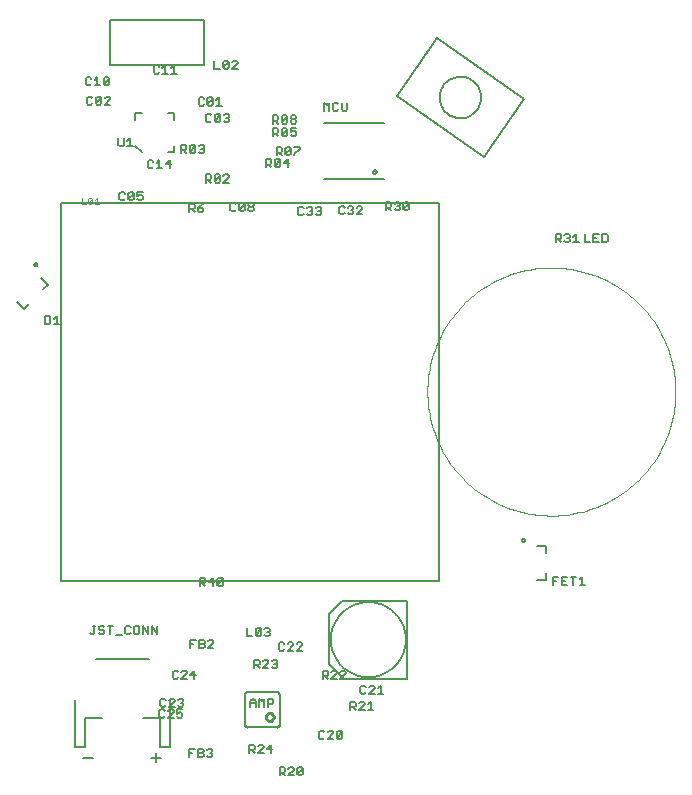
<source format=gto>
G75*
%MOIN*%
%OFA0B0*%
%FSLAX24Y24*%
%IPPOS*%
%LPD*%
%AMOC8*
5,1,8,0,0,1.08239X$1,22.5*
%
%ADD10C,0.0080*%
%ADD11C,0.0050*%
%ADD12C,0.0039*%
%ADD13C,0.0060*%
%ADD14C,0.0040*%
%ADD15C,0.0070*%
%ADD16C,0.0006*%
%ADD17C,0.0100*%
D10*
X018057Y021281D02*
X018059Y021296D01*
X018065Y021309D01*
X018074Y021321D01*
X018085Y021330D01*
X018099Y021336D01*
X018114Y021338D01*
X018129Y021336D01*
X018142Y021330D01*
X018154Y021321D01*
X018163Y021310D01*
X018169Y021296D01*
X018171Y021281D01*
X018169Y021266D01*
X018163Y021253D01*
X018154Y021241D01*
X018143Y021232D01*
X018129Y021226D01*
X018114Y021224D01*
X018099Y021226D01*
X018086Y021232D01*
X018074Y021241D01*
X018065Y021252D01*
X018059Y021266D01*
X018057Y021281D01*
X011420Y021932D02*
X011420Y022149D01*
X011420Y021932D02*
X011204Y021932D01*
X010337Y021932D02*
X010121Y022149D01*
X010121Y023015D02*
X010121Y023231D01*
X010337Y023231D01*
X011204Y023231D02*
X011420Y023231D01*
X011420Y023015D01*
D11*
X007660Y020260D02*
X007660Y007660D01*
X020260Y007660D01*
X020260Y020260D01*
X007660Y020260D01*
X009601Y020382D02*
X009646Y020337D01*
X009736Y020337D01*
X009781Y020382D01*
X009895Y020382D02*
X009940Y020337D01*
X010030Y020337D01*
X010075Y020382D01*
X010075Y020562D01*
X009895Y020382D01*
X009895Y020562D01*
X009940Y020607D01*
X010030Y020607D01*
X010075Y020562D01*
X010190Y020607D02*
X010190Y020472D01*
X010280Y020517D01*
X010325Y020517D01*
X010370Y020472D01*
X010370Y020382D01*
X010325Y020337D01*
X010235Y020337D01*
X010190Y020382D01*
X010190Y020607D02*
X010370Y020607D01*
X009781Y020562D02*
X009736Y020607D01*
X009646Y020607D01*
X009601Y020562D01*
X009601Y020382D01*
X010591Y021400D02*
X010681Y021400D01*
X010726Y021445D01*
X010840Y021400D02*
X011020Y021400D01*
X010930Y021400D02*
X010930Y021670D01*
X010840Y021580D01*
X010726Y021625D02*
X010681Y021670D01*
X010591Y021670D01*
X010546Y021625D01*
X010546Y021445D01*
X010591Y021400D01*
X011135Y021535D02*
X011315Y021535D01*
X011270Y021400D02*
X011270Y021670D01*
X011135Y021535D01*
X011648Y021912D02*
X011648Y022182D01*
X011783Y022182D01*
X011828Y022137D01*
X011828Y022047D01*
X011783Y022002D01*
X011648Y022002D01*
X011738Y022002D02*
X011828Y021912D01*
X011943Y021957D02*
X012123Y022137D01*
X012123Y021957D01*
X012078Y021912D01*
X011988Y021912D01*
X011943Y021957D01*
X011943Y022137D01*
X011988Y022182D01*
X012078Y022182D01*
X012123Y022137D01*
X012237Y022137D02*
X012282Y022182D01*
X012372Y022182D01*
X012417Y022137D01*
X012417Y022092D01*
X012372Y022047D01*
X012417Y022002D01*
X012417Y021957D01*
X012372Y021912D01*
X012282Y021912D01*
X012237Y021957D01*
X012327Y022047D02*
X012372Y022047D01*
X012475Y021198D02*
X012610Y021198D01*
X012655Y021153D01*
X012655Y021063D01*
X012610Y021018D01*
X012475Y021018D01*
X012565Y021018D02*
X012655Y020927D01*
X012769Y020972D02*
X012949Y021153D01*
X012949Y020972D01*
X012904Y020927D01*
X012814Y020927D01*
X012769Y020972D01*
X012769Y021153D01*
X012814Y021198D01*
X012904Y021198D01*
X012949Y021153D01*
X013064Y021153D02*
X013109Y021198D01*
X013199Y021198D01*
X013244Y021153D01*
X013244Y021108D01*
X013064Y020927D01*
X013244Y020927D01*
X013346Y020253D02*
X013301Y020208D01*
X013301Y020028D01*
X013346Y019983D01*
X013437Y019983D01*
X013482Y020028D01*
X013596Y020028D02*
X013776Y020208D01*
X013776Y020028D01*
X013731Y019983D01*
X013641Y019983D01*
X013596Y020028D01*
X013596Y020208D01*
X013641Y020253D01*
X013731Y020253D01*
X013776Y020208D01*
X013891Y020208D02*
X013891Y020163D01*
X013936Y020118D01*
X014026Y020118D01*
X014071Y020073D01*
X014071Y020028D01*
X014026Y019983D01*
X013936Y019983D01*
X013891Y020028D01*
X013891Y020073D01*
X013936Y020118D01*
X014026Y020118D02*
X014071Y020163D01*
X014071Y020208D01*
X014026Y020253D01*
X013936Y020253D01*
X013891Y020208D01*
X013482Y020208D02*
X013437Y020253D01*
X013346Y020253D01*
X012475Y020927D02*
X012475Y021198D01*
X012398Y020213D02*
X012308Y020168D01*
X012218Y020078D01*
X012353Y020078D01*
X012398Y020033D01*
X012398Y019988D01*
X012353Y019943D01*
X012263Y019943D01*
X012218Y019988D01*
X012218Y020078D01*
X012104Y020078D02*
X012104Y020168D01*
X012059Y020213D01*
X011924Y020213D01*
X011924Y019943D01*
X011924Y020033D02*
X012059Y020033D01*
X012104Y020078D01*
X012014Y020033D02*
X012104Y019943D01*
X010042Y022144D02*
X009862Y022144D01*
X009952Y022144D02*
X009952Y022414D01*
X009862Y022324D01*
X009747Y022414D02*
X009747Y022189D01*
X009702Y022144D01*
X009612Y022144D01*
X009567Y022189D01*
X009567Y022414D01*
X009205Y024170D02*
X009115Y024170D01*
X009070Y024215D01*
X009250Y024396D01*
X009250Y024215D01*
X009205Y024170D01*
X009070Y024215D02*
X009070Y024396D01*
X009115Y024441D01*
X009205Y024441D01*
X009250Y024396D01*
X008955Y024170D02*
X008775Y024170D01*
X008865Y024170D02*
X008865Y024441D01*
X008775Y024351D01*
X008661Y024396D02*
X008616Y024441D01*
X008526Y024441D01*
X008480Y024396D01*
X008480Y024215D01*
X008526Y024170D01*
X008616Y024170D01*
X008661Y024215D01*
X009274Y024857D02*
X012424Y024857D01*
X012424Y026353D01*
X009274Y026353D01*
X009274Y024857D01*
X010736Y024785D02*
X010736Y024605D01*
X010781Y024560D01*
X010872Y024560D01*
X010917Y024605D01*
X011031Y024560D02*
X011211Y024560D01*
X011121Y024560D02*
X011121Y024830D01*
X011031Y024740D01*
X010917Y024785D02*
X010872Y024830D01*
X010781Y024830D01*
X010736Y024785D01*
X011326Y024740D02*
X011416Y024830D01*
X011416Y024560D01*
X011326Y024560D02*
X011506Y024560D01*
X012280Y023765D02*
X012235Y023720D01*
X012235Y023539D01*
X012280Y023494D01*
X012370Y023494D01*
X012415Y023539D01*
X012529Y023539D02*
X012709Y023720D01*
X012709Y023539D01*
X012664Y023494D01*
X012574Y023494D01*
X012529Y023539D01*
X012529Y023720D01*
X012574Y023765D01*
X012664Y023765D01*
X012709Y023720D01*
X012824Y023675D02*
X012914Y023765D01*
X012914Y023494D01*
X012824Y023494D02*
X013004Y023494D01*
X012912Y023209D02*
X012957Y023164D01*
X012777Y022984D01*
X012822Y022939D01*
X012912Y022939D01*
X012957Y022984D01*
X012957Y023164D01*
X012912Y023209D02*
X012822Y023209D01*
X012777Y023164D01*
X012777Y022984D01*
X012663Y022984D02*
X012618Y022939D01*
X012528Y022939D01*
X012483Y022984D01*
X012483Y023164D01*
X012528Y023209D01*
X012618Y023209D01*
X012663Y023164D01*
X013072Y023164D02*
X013117Y023209D01*
X013207Y023209D01*
X013252Y023164D01*
X013252Y023119D01*
X013207Y023074D01*
X013252Y023029D01*
X013252Y022984D01*
X013207Y022939D01*
X013117Y022939D01*
X013072Y022984D01*
X013162Y023074D02*
X013207Y023074D01*
X012415Y023720D02*
X012370Y023765D01*
X012280Y023765D01*
X012768Y024721D02*
X012948Y024721D01*
X013063Y024766D02*
X013243Y024946D01*
X013243Y024766D01*
X013198Y024721D01*
X013108Y024721D01*
X013063Y024766D01*
X013063Y024946D01*
X013108Y024991D01*
X013198Y024991D01*
X013243Y024946D01*
X013358Y024946D02*
X013403Y024991D01*
X013493Y024991D01*
X013538Y024946D01*
X013538Y024901D01*
X013358Y024721D01*
X013538Y024721D01*
X012768Y024721D02*
X012768Y024991D01*
X014719Y023166D02*
X014854Y023166D01*
X014899Y023121D01*
X014899Y023031D01*
X014854Y022986D01*
X014719Y022986D01*
X014809Y022986D02*
X014899Y022896D01*
X015013Y022941D02*
X015194Y023121D01*
X015194Y022941D01*
X015149Y022896D01*
X015058Y022896D01*
X015013Y022941D01*
X015013Y023121D01*
X015058Y023166D01*
X015149Y023166D01*
X015194Y023121D01*
X015308Y023121D02*
X015308Y023076D01*
X015353Y023031D01*
X015443Y023031D01*
X015488Y022986D01*
X015488Y022941D01*
X015443Y022896D01*
X015353Y022896D01*
X015308Y022941D01*
X015308Y022986D01*
X015353Y023031D01*
X015443Y023031D02*
X015488Y023076D01*
X015488Y023121D01*
X015443Y023166D01*
X015353Y023166D01*
X015308Y023121D01*
X015308Y022733D02*
X015308Y022598D01*
X015398Y022643D01*
X015443Y022643D01*
X015488Y022598D01*
X015488Y022508D01*
X015443Y022463D01*
X015353Y022463D01*
X015308Y022508D01*
X015194Y022508D02*
X015194Y022688D01*
X015013Y022508D01*
X015058Y022463D01*
X015149Y022463D01*
X015194Y022508D01*
X015194Y022688D02*
X015149Y022733D01*
X015058Y022733D01*
X015013Y022688D01*
X015013Y022508D01*
X014899Y022463D02*
X014809Y022553D01*
X014854Y022553D02*
X014719Y022553D01*
X014719Y022463D02*
X014719Y022733D01*
X014854Y022733D01*
X014899Y022688D01*
X014899Y022598D01*
X014854Y022553D01*
X014837Y022103D02*
X014972Y022103D01*
X015017Y022058D01*
X015017Y021968D01*
X014972Y021923D01*
X014837Y021923D01*
X014927Y021923D02*
X015017Y021833D01*
X015132Y021878D02*
X015312Y022058D01*
X015312Y021878D01*
X015267Y021833D01*
X015177Y021833D01*
X015132Y021878D01*
X015132Y022058D01*
X015177Y022103D01*
X015267Y022103D01*
X015312Y022058D01*
X015426Y022103D02*
X015606Y022103D01*
X015606Y022058D01*
X015426Y021878D01*
X015426Y021833D01*
X015207Y021709D02*
X015072Y021574D01*
X015252Y021574D01*
X015207Y021439D02*
X015207Y021709D01*
X014957Y021664D02*
X014777Y021484D01*
X014822Y021439D01*
X014912Y021439D01*
X014957Y021484D01*
X014957Y021664D01*
X014912Y021709D01*
X014822Y021709D01*
X014777Y021664D01*
X014777Y021484D01*
X014663Y021439D02*
X014573Y021529D01*
X014618Y021529D02*
X014483Y021529D01*
X014483Y021439D02*
X014483Y021709D01*
X014618Y021709D01*
X014663Y021664D01*
X014663Y021574D01*
X014618Y021529D01*
X014837Y021833D02*
X014837Y022103D01*
X015308Y022733D02*
X015488Y022733D01*
X014719Y022896D02*
X014719Y023166D01*
X016412Y023322D02*
X016412Y023592D01*
X016502Y023502D01*
X016593Y023592D01*
X016593Y023322D01*
X016707Y023367D02*
X016707Y023547D01*
X016752Y023592D01*
X016842Y023592D01*
X016887Y023547D01*
X017002Y023592D02*
X017002Y023367D01*
X017047Y023322D01*
X017137Y023322D01*
X017182Y023367D01*
X017182Y023592D01*
X016887Y023367D02*
X016842Y023322D01*
X016752Y023322D01*
X016707Y023367D01*
X018839Y023811D02*
X020194Y025746D01*
X023096Y023714D01*
X021741Y021779D01*
X018839Y023811D01*
X020278Y023763D02*
X020280Y023815D01*
X020286Y023867D01*
X020296Y023918D01*
X020309Y023968D01*
X020327Y024018D01*
X020348Y024065D01*
X020372Y024111D01*
X020401Y024155D01*
X020432Y024197D01*
X020466Y024236D01*
X020503Y024273D01*
X020543Y024306D01*
X020586Y024337D01*
X020630Y024364D01*
X020676Y024388D01*
X020725Y024408D01*
X020774Y024424D01*
X020825Y024437D01*
X020876Y024446D01*
X020928Y024451D01*
X020980Y024452D01*
X021032Y024449D01*
X021084Y024442D01*
X021135Y024431D01*
X021185Y024417D01*
X021234Y024398D01*
X021281Y024376D01*
X021326Y024351D01*
X021370Y024322D01*
X021411Y024290D01*
X021450Y024255D01*
X021485Y024217D01*
X021518Y024176D01*
X021548Y024134D01*
X021574Y024089D01*
X021597Y024042D01*
X021616Y023993D01*
X021632Y023943D01*
X021644Y023893D01*
X021652Y023841D01*
X021656Y023789D01*
X021656Y023737D01*
X021652Y023685D01*
X021644Y023633D01*
X021632Y023583D01*
X021616Y023533D01*
X021597Y023484D01*
X021574Y023437D01*
X021548Y023392D01*
X021518Y023350D01*
X021485Y023309D01*
X021450Y023271D01*
X021411Y023236D01*
X021370Y023204D01*
X021326Y023175D01*
X021281Y023150D01*
X021234Y023128D01*
X021185Y023109D01*
X021135Y023095D01*
X021084Y023084D01*
X021032Y023077D01*
X020980Y023074D01*
X020928Y023075D01*
X020876Y023080D01*
X020825Y023089D01*
X020774Y023102D01*
X020725Y023118D01*
X020676Y023138D01*
X020630Y023162D01*
X020586Y023189D01*
X020543Y023220D01*
X020503Y023253D01*
X020466Y023290D01*
X020432Y023329D01*
X020401Y023371D01*
X020372Y023415D01*
X020348Y023461D01*
X020327Y023508D01*
X020309Y023558D01*
X020296Y023608D01*
X020286Y023659D01*
X020280Y023711D01*
X020278Y023763D01*
X019201Y020274D02*
X019247Y020229D01*
X019066Y020049D01*
X019111Y020004D01*
X019201Y020004D01*
X019247Y020049D01*
X019247Y020229D01*
X019201Y020274D02*
X019111Y020274D01*
X019066Y020229D01*
X019066Y020049D01*
X018952Y020049D02*
X018907Y020004D01*
X018817Y020004D01*
X018772Y020049D01*
X018657Y020004D02*
X018567Y020094D01*
X018612Y020094D02*
X018477Y020094D01*
X018477Y020004D02*
X018477Y020274D01*
X018612Y020274D01*
X018657Y020229D01*
X018657Y020139D01*
X018612Y020094D01*
X018772Y020229D02*
X018817Y020274D01*
X018907Y020274D01*
X018952Y020229D01*
X018952Y020184D01*
X018907Y020139D01*
X018952Y020094D01*
X018952Y020049D01*
X018907Y020139D02*
X018862Y020139D01*
X017693Y020090D02*
X017648Y020135D01*
X017558Y020135D01*
X017513Y020090D01*
X017398Y020090D02*
X017398Y020045D01*
X017353Y020000D01*
X017398Y019955D01*
X017398Y019909D01*
X017353Y019864D01*
X017263Y019864D01*
X017218Y019909D01*
X017104Y019909D02*
X017059Y019864D01*
X016969Y019864D01*
X016924Y019909D01*
X016924Y020090D01*
X016969Y020135D01*
X017059Y020135D01*
X017104Y020090D01*
X017218Y020090D02*
X017263Y020135D01*
X017353Y020135D01*
X017398Y020090D01*
X017353Y020000D02*
X017308Y020000D01*
X017513Y019864D02*
X017693Y020045D01*
X017693Y020090D01*
X017693Y019864D02*
X017513Y019864D01*
X016324Y019886D02*
X016279Y019841D01*
X016189Y019841D01*
X016144Y019886D01*
X016029Y019886D02*
X015984Y019841D01*
X015894Y019841D01*
X015849Y019886D01*
X015735Y019886D02*
X015690Y019841D01*
X015600Y019841D01*
X015555Y019886D01*
X015555Y020066D01*
X015600Y020111D01*
X015690Y020111D01*
X015735Y020066D01*
X015849Y020066D02*
X015894Y020111D01*
X015984Y020111D01*
X016029Y020066D01*
X016029Y020021D01*
X015984Y019976D01*
X016029Y019931D01*
X016029Y019886D01*
X015984Y019976D02*
X015939Y019976D01*
X016144Y020066D02*
X016189Y020111D01*
X016279Y020111D01*
X016324Y020066D01*
X016324Y020021D01*
X016279Y019976D01*
X016324Y019931D01*
X016324Y019886D01*
X016279Y019976D02*
X016234Y019976D01*
X024138Y019211D02*
X024138Y018941D01*
X024138Y019031D02*
X024273Y019031D01*
X024318Y019076D01*
X024318Y019166D01*
X024273Y019211D01*
X024138Y019211D01*
X024228Y019031D02*
X024318Y018941D01*
X024432Y018986D02*
X024477Y018941D01*
X024567Y018941D01*
X024612Y018986D01*
X024612Y019031D01*
X024567Y019076D01*
X024522Y019076D01*
X024567Y019076D02*
X024612Y019121D01*
X024612Y019166D01*
X024567Y019211D01*
X024477Y019211D01*
X024432Y019166D01*
X024727Y019121D02*
X024817Y019211D01*
X024817Y018941D01*
X024727Y018941D02*
X024907Y018941D01*
X025107Y018945D02*
X025287Y018945D01*
X025401Y018945D02*
X025581Y018945D01*
X025696Y018945D02*
X025831Y018945D01*
X025876Y018990D01*
X025876Y019170D01*
X025831Y019215D01*
X025696Y019215D01*
X025696Y018945D01*
X025491Y019080D02*
X025401Y019080D01*
X025401Y019215D02*
X025401Y018945D01*
X025401Y019215D02*
X025581Y019215D01*
X025107Y019215D02*
X025107Y018945D01*
X023016Y009001D02*
X023018Y009014D01*
X023023Y009027D01*
X023032Y009038D01*
X023043Y009045D01*
X023056Y009050D01*
X023069Y009051D01*
X023083Y009048D01*
X023095Y009042D01*
X023105Y009033D01*
X023112Y009021D01*
X023116Y009008D01*
X023116Y008994D01*
X023112Y008981D01*
X023105Y008969D01*
X023095Y008960D01*
X023083Y008954D01*
X023069Y008951D01*
X023056Y008952D01*
X023043Y008957D01*
X023032Y008964D01*
X023023Y008975D01*
X023018Y008988D01*
X023016Y009001D01*
X024053Y007789D02*
X024233Y007789D01*
X024348Y007789D02*
X024348Y007519D01*
X024528Y007519D01*
X024438Y007654D02*
X024348Y007654D01*
X024348Y007789D02*
X024528Y007789D01*
X024643Y007789D02*
X024823Y007789D01*
X024733Y007789D02*
X024733Y007519D01*
X024937Y007519D02*
X025117Y007519D01*
X025027Y007519D02*
X025027Y007789D01*
X024937Y007699D01*
X024143Y007654D02*
X024053Y007654D01*
X024053Y007519D02*
X024053Y007789D01*
X019196Y006991D02*
X019196Y004393D01*
X017070Y004393D01*
X016597Y004865D01*
X016597Y006558D01*
X017030Y006991D01*
X019196Y006991D01*
X016646Y005692D02*
X016648Y005762D01*
X016654Y005832D01*
X016664Y005902D01*
X016677Y005970D01*
X016695Y006038D01*
X016716Y006105D01*
X016741Y006171D01*
X016770Y006235D01*
X016802Y006297D01*
X016838Y006358D01*
X016877Y006416D01*
X016919Y006472D01*
X016964Y006526D01*
X017012Y006577D01*
X017063Y006625D01*
X017117Y006670D01*
X017173Y006712D01*
X017231Y006751D01*
X017292Y006787D01*
X017354Y006819D01*
X017418Y006848D01*
X017484Y006873D01*
X017551Y006894D01*
X017619Y006912D01*
X017687Y006925D01*
X017757Y006935D01*
X017827Y006941D01*
X017897Y006943D01*
X017967Y006941D01*
X018037Y006935D01*
X018107Y006925D01*
X018175Y006912D01*
X018243Y006894D01*
X018310Y006873D01*
X018376Y006848D01*
X018440Y006819D01*
X018502Y006787D01*
X018563Y006751D01*
X018621Y006712D01*
X018677Y006670D01*
X018731Y006625D01*
X018782Y006577D01*
X018830Y006526D01*
X018875Y006472D01*
X018917Y006416D01*
X018956Y006358D01*
X018992Y006297D01*
X019024Y006235D01*
X019053Y006171D01*
X019078Y006105D01*
X019099Y006038D01*
X019117Y005970D01*
X019130Y005902D01*
X019140Y005832D01*
X019146Y005762D01*
X019148Y005692D01*
X019146Y005622D01*
X019140Y005552D01*
X019130Y005482D01*
X019117Y005414D01*
X019099Y005346D01*
X019078Y005279D01*
X019053Y005213D01*
X019024Y005149D01*
X018992Y005087D01*
X018956Y005026D01*
X018917Y004968D01*
X018875Y004912D01*
X018830Y004858D01*
X018782Y004807D01*
X018731Y004759D01*
X018677Y004714D01*
X018621Y004672D01*
X018563Y004633D01*
X018502Y004597D01*
X018440Y004565D01*
X018376Y004536D01*
X018310Y004511D01*
X018243Y004490D01*
X018175Y004472D01*
X018107Y004459D01*
X018037Y004449D01*
X017967Y004443D01*
X017897Y004441D01*
X017827Y004443D01*
X017757Y004449D01*
X017687Y004459D01*
X017619Y004472D01*
X017551Y004490D01*
X017484Y004511D01*
X017418Y004536D01*
X017354Y004565D01*
X017292Y004597D01*
X017231Y004633D01*
X017173Y004672D01*
X017117Y004714D01*
X017063Y004759D01*
X017012Y004807D01*
X016964Y004858D01*
X016919Y004912D01*
X016877Y004968D01*
X016838Y005026D01*
X016802Y005087D01*
X016770Y005149D01*
X016741Y005213D01*
X016716Y005279D01*
X016695Y005346D01*
X016677Y005414D01*
X016664Y005482D01*
X016654Y005552D01*
X016648Y005622D01*
X016646Y005692D01*
X015684Y005553D02*
X015638Y005598D01*
X015548Y005598D01*
X015503Y005553D01*
X015389Y005553D02*
X015344Y005598D01*
X015254Y005598D01*
X015209Y005553D01*
X015094Y005553D02*
X015049Y005598D01*
X014959Y005598D01*
X014914Y005553D01*
X014914Y005373D01*
X014959Y005328D01*
X015049Y005328D01*
X015094Y005373D01*
X015209Y005328D02*
X015389Y005508D01*
X015389Y005553D01*
X015389Y005328D02*
X015209Y005328D01*
X015503Y005328D02*
X015684Y005508D01*
X015684Y005553D01*
X015684Y005328D02*
X015503Y005328D01*
X014858Y004972D02*
X014858Y004926D01*
X014813Y004881D01*
X014858Y004836D01*
X014858Y004791D01*
X014813Y004746D01*
X014723Y004746D01*
X014678Y004791D01*
X014564Y004746D02*
X014384Y004746D01*
X014564Y004926D01*
X014564Y004972D01*
X014519Y005017D01*
X014429Y005017D01*
X014384Y004972D01*
X014269Y004972D02*
X014269Y004881D01*
X014224Y004836D01*
X014089Y004836D01*
X014089Y004746D02*
X014089Y005017D01*
X014224Y005017D01*
X014269Y004972D01*
X014179Y004836D02*
X014269Y004746D01*
X014678Y004972D02*
X014723Y005017D01*
X014813Y005017D01*
X014858Y004972D01*
X014813Y004881D02*
X014768Y004881D01*
X014567Y005811D02*
X014477Y005811D01*
X014432Y005856D01*
X014317Y005856D02*
X014317Y006036D01*
X014137Y005856D01*
X014182Y005811D01*
X014272Y005811D01*
X014317Y005856D01*
X014317Y006036D02*
X014272Y006081D01*
X014182Y006081D01*
X014137Y006036D01*
X014137Y005856D01*
X014023Y005811D02*
X013842Y005811D01*
X013842Y006081D01*
X014432Y006036D02*
X014477Y006081D01*
X014567Y006081D01*
X014612Y006036D01*
X014612Y005991D01*
X014567Y005946D01*
X014612Y005901D01*
X014612Y005856D01*
X014567Y005811D01*
X014567Y005946D02*
X014522Y005946D01*
X013002Y007477D02*
X012912Y007477D01*
X012867Y007522D01*
X013047Y007702D01*
X013047Y007522D01*
X013002Y007477D01*
X012867Y007522D02*
X012867Y007702D01*
X012912Y007747D01*
X013002Y007747D01*
X013047Y007702D01*
X012753Y007612D02*
X012572Y007612D01*
X012708Y007747D01*
X012708Y007477D01*
X012458Y007477D02*
X012368Y007567D01*
X012413Y007567D02*
X012278Y007567D01*
X012278Y007477D02*
X012278Y007747D01*
X012413Y007747D01*
X012458Y007702D01*
X012458Y007612D01*
X012413Y007567D01*
X010857Y006148D02*
X010857Y005878D01*
X010677Y006148D01*
X010677Y005878D01*
X010563Y005878D02*
X010563Y006148D01*
X010382Y006148D02*
X010382Y005878D01*
X010268Y005923D02*
X010268Y006103D01*
X010223Y006148D01*
X010133Y006148D01*
X010088Y006103D01*
X010088Y005923D01*
X010133Y005878D01*
X010223Y005878D01*
X010268Y005923D01*
X010382Y006148D02*
X010563Y005878D01*
X009973Y005923D02*
X009928Y005878D01*
X009838Y005878D01*
X009793Y005923D01*
X009793Y006103D01*
X009838Y006148D01*
X009928Y006148D01*
X009973Y006103D01*
X009679Y005833D02*
X009498Y005833D01*
X009294Y005878D02*
X009294Y006148D01*
X009204Y006148D02*
X009384Y006148D01*
X009089Y006103D02*
X009044Y006148D01*
X008954Y006148D01*
X008909Y006103D01*
X008909Y006058D01*
X008954Y006013D01*
X009044Y006013D01*
X009089Y005968D01*
X009089Y005923D01*
X009044Y005878D01*
X008954Y005878D01*
X008909Y005923D01*
X008750Y005923D02*
X008750Y006148D01*
X008705Y006148D02*
X008795Y006148D01*
X008750Y005923D02*
X008705Y005878D01*
X008659Y005878D01*
X008614Y005923D01*
X008822Y005062D02*
X010593Y005062D01*
X011372Y004617D02*
X011372Y004437D01*
X011417Y004392D01*
X011507Y004392D01*
X011552Y004437D01*
X011667Y004392D02*
X011847Y004572D01*
X011847Y004617D01*
X011802Y004662D01*
X011712Y004662D01*
X011667Y004617D01*
X011552Y004617D02*
X011507Y004662D01*
X011417Y004662D01*
X011372Y004617D01*
X011667Y004392D02*
X011847Y004392D01*
X011962Y004527D02*
X012142Y004527D01*
X012097Y004392D02*
X012097Y004662D01*
X011962Y004527D01*
X011687Y003728D02*
X011733Y003683D01*
X011733Y003638D01*
X011687Y003593D01*
X011733Y003548D01*
X011733Y003503D01*
X011687Y003458D01*
X011597Y003458D01*
X011552Y003503D01*
X011438Y003458D02*
X011258Y003458D01*
X011438Y003638D01*
X011438Y003683D01*
X011393Y003728D01*
X011303Y003728D01*
X011258Y003683D01*
X011282Y003684D02*
X011282Y002109D01*
X010948Y002109D01*
X010948Y003093D01*
X010397Y003093D01*
X010927Y003138D02*
X010972Y003093D01*
X011063Y003093D01*
X011108Y003138D01*
X011222Y003093D02*
X011402Y003273D01*
X011402Y003318D01*
X011357Y003363D01*
X011267Y003363D01*
X011222Y003318D01*
X011108Y003318D02*
X011063Y003363D01*
X010972Y003363D01*
X010927Y003318D01*
X010927Y003138D01*
X011222Y003093D02*
X011402Y003093D01*
X011517Y003138D02*
X011562Y003093D01*
X011652Y003093D01*
X011697Y003138D01*
X011697Y003228D01*
X011652Y003273D01*
X011607Y003273D01*
X011517Y003228D01*
X011517Y003363D01*
X011697Y003363D01*
X011687Y003593D02*
X011642Y003593D01*
X011552Y003683D02*
X011597Y003728D01*
X011687Y003728D01*
X011143Y003683D02*
X011098Y003728D01*
X011008Y003728D01*
X010963Y003683D01*
X010963Y003503D01*
X011008Y003458D01*
X011098Y003458D01*
X011143Y003503D01*
X011927Y002054D02*
X012108Y002054D01*
X012222Y002054D02*
X012222Y001784D01*
X012357Y001784D01*
X012402Y001829D01*
X012402Y001874D01*
X012357Y001919D01*
X012222Y001919D01*
X012222Y002054D02*
X012357Y002054D01*
X012402Y002009D01*
X012402Y001964D01*
X012357Y001919D01*
X012517Y002009D02*
X012562Y002054D01*
X012652Y002054D01*
X012697Y002009D01*
X012697Y001964D01*
X012652Y001919D01*
X012697Y001874D01*
X012697Y001829D01*
X012652Y001784D01*
X012562Y001784D01*
X012517Y001829D01*
X012607Y001919D02*
X012652Y001919D01*
X012018Y001919D02*
X011927Y001919D01*
X011927Y001784D02*
X011927Y002054D01*
X013931Y002012D02*
X014066Y002012D01*
X014112Y002057D01*
X014112Y002148D01*
X014066Y002193D01*
X013931Y002193D01*
X013931Y001922D01*
X014021Y002012D02*
X014112Y001922D01*
X014226Y001922D02*
X014406Y002102D01*
X014406Y002148D01*
X014361Y002193D01*
X014271Y002193D01*
X014226Y002148D01*
X014226Y001922D02*
X014406Y001922D01*
X014521Y002057D02*
X014701Y002057D01*
X014656Y001922D02*
X014656Y002193D01*
X014521Y002057D01*
X014936Y001439D02*
X015071Y001439D01*
X015116Y001394D01*
X015116Y001304D01*
X015071Y001259D01*
X014936Y001259D01*
X015026Y001259D02*
X015116Y001169D01*
X015230Y001169D02*
X015410Y001349D01*
X015410Y001394D01*
X015365Y001439D01*
X015275Y001439D01*
X015230Y001394D01*
X015230Y001169D02*
X015410Y001169D01*
X015525Y001214D02*
X015705Y001394D01*
X015705Y001214D01*
X015660Y001169D01*
X015570Y001169D01*
X015525Y001214D01*
X015525Y001394D01*
X015570Y001439D01*
X015660Y001439D01*
X015705Y001394D01*
X014936Y001439D02*
X014936Y001169D01*
X016254Y002429D02*
X016254Y002609D01*
X016299Y002654D01*
X016389Y002654D01*
X016434Y002609D01*
X016549Y002609D02*
X016594Y002654D01*
X016684Y002654D01*
X016729Y002609D01*
X016729Y002564D01*
X016549Y002384D01*
X016729Y002384D01*
X016844Y002429D02*
X017024Y002609D01*
X017024Y002429D01*
X016979Y002384D01*
X016889Y002384D01*
X016844Y002429D01*
X016844Y002609D01*
X016889Y002654D01*
X016979Y002654D01*
X017024Y002609D01*
X016434Y002429D02*
X016389Y002384D01*
X016299Y002384D01*
X016254Y002429D01*
X017296Y003350D02*
X017296Y003621D01*
X017431Y003621D01*
X017476Y003575D01*
X017476Y003485D01*
X017431Y003440D01*
X017296Y003440D01*
X017386Y003440D02*
X017476Y003350D01*
X017591Y003350D02*
X017771Y003530D01*
X017771Y003575D01*
X017726Y003621D01*
X017636Y003621D01*
X017591Y003575D01*
X017591Y003350D02*
X017771Y003350D01*
X017885Y003350D02*
X018065Y003350D01*
X017975Y003350D02*
X017975Y003621D01*
X017885Y003530D01*
X017925Y003891D02*
X018105Y004071D01*
X018105Y004116D01*
X018060Y004161D01*
X017970Y004161D01*
X017925Y004116D01*
X017811Y004116D02*
X017766Y004161D01*
X017676Y004161D01*
X017631Y004116D01*
X017631Y003936D01*
X017676Y003891D01*
X017766Y003891D01*
X017811Y003936D01*
X017925Y003891D02*
X018105Y003891D01*
X018220Y003891D02*
X018400Y003891D01*
X018310Y003891D02*
X018310Y004161D01*
X018220Y004071D01*
X017142Y004392D02*
X016962Y004392D01*
X017142Y004572D01*
X017142Y004617D01*
X017097Y004662D01*
X017007Y004662D01*
X016962Y004617D01*
X016847Y004617D02*
X016802Y004662D01*
X016712Y004662D01*
X016667Y004617D01*
X016552Y004617D02*
X016552Y004527D01*
X016507Y004482D01*
X016372Y004482D01*
X016372Y004392D02*
X016372Y004662D01*
X016507Y004662D01*
X016552Y004617D01*
X016462Y004482D02*
X016552Y004392D01*
X016667Y004392D02*
X016847Y004572D01*
X016847Y004617D01*
X016847Y004392D02*
X016667Y004392D01*
X014724Y003677D02*
X014724Y003587D01*
X014679Y003542D01*
X014544Y003542D01*
X014544Y003452D02*
X014544Y003722D01*
X014679Y003722D01*
X014724Y003677D01*
X014430Y003722D02*
X014430Y003452D01*
X014250Y003452D02*
X014250Y003722D01*
X014340Y003632D01*
X014430Y003722D01*
X014135Y003632D02*
X014135Y003452D01*
X014135Y003587D02*
X013955Y003587D01*
X013955Y003632D02*
X013955Y003452D01*
X013955Y003632D02*
X014045Y003722D01*
X014135Y003632D01*
X012732Y005410D02*
X012552Y005410D01*
X012732Y005590D01*
X012732Y005635D01*
X012687Y005680D01*
X012597Y005680D01*
X012552Y005635D01*
X012438Y005635D02*
X012438Y005590D01*
X012393Y005545D01*
X012258Y005545D01*
X012393Y005545D02*
X012438Y005500D01*
X012438Y005455D01*
X012393Y005410D01*
X012258Y005410D01*
X012258Y005680D01*
X012393Y005680D01*
X012438Y005635D01*
X012143Y005680D02*
X011963Y005680D01*
X011963Y005410D01*
X011963Y005545D02*
X012053Y005545D01*
X009019Y003093D02*
X008467Y003093D01*
X008467Y002109D01*
X008133Y002109D01*
X008133Y003684D01*
X007593Y016204D02*
X007413Y016204D01*
X007503Y016204D02*
X007503Y016475D01*
X007413Y016385D01*
X007298Y016430D02*
X007253Y016475D01*
X007118Y016475D01*
X007118Y016204D01*
X007253Y016204D01*
X007298Y016249D01*
X007298Y016430D01*
X006763Y018190D02*
X006765Y018203D01*
X006770Y018216D01*
X006779Y018227D01*
X006790Y018234D01*
X006803Y018239D01*
X006816Y018240D01*
X006830Y018237D01*
X006842Y018231D01*
X006852Y018222D01*
X006859Y018210D01*
X006863Y018197D01*
X006863Y018183D01*
X006859Y018170D01*
X006852Y018158D01*
X006842Y018149D01*
X006830Y018143D01*
X006816Y018140D01*
X006803Y018141D01*
X006790Y018146D01*
X006779Y018153D01*
X006770Y018164D01*
X006765Y018177D01*
X006763Y018190D01*
D12*
X019865Y013960D02*
X019867Y014088D01*
X019873Y014216D01*
X019883Y014343D01*
X019897Y014471D01*
X019914Y014597D01*
X019936Y014723D01*
X019962Y014849D01*
X019991Y014973D01*
X020024Y015097D01*
X020061Y015219D01*
X020102Y015340D01*
X020147Y015460D01*
X020195Y015579D01*
X020247Y015696D01*
X020303Y015811D01*
X020362Y015925D01*
X020424Y016036D01*
X020490Y016146D01*
X020559Y016253D01*
X020632Y016359D01*
X020708Y016462D01*
X020787Y016562D01*
X020869Y016661D01*
X020954Y016756D01*
X021042Y016849D01*
X021133Y016939D01*
X021226Y017026D01*
X021323Y017111D01*
X021421Y017192D01*
X021523Y017270D01*
X021626Y017345D01*
X021732Y017417D01*
X021840Y017486D01*
X021950Y017551D01*
X022063Y017612D01*
X022177Y017671D01*
X022292Y017725D01*
X022410Y017776D01*
X022528Y017824D01*
X022649Y017867D01*
X022770Y017907D01*
X022893Y017943D01*
X023017Y017976D01*
X023142Y018004D01*
X023267Y018029D01*
X023393Y018049D01*
X023520Y018066D01*
X023648Y018079D01*
X023775Y018088D01*
X023903Y018093D01*
X024031Y018094D01*
X024159Y018091D01*
X024287Y018084D01*
X024414Y018073D01*
X024541Y018058D01*
X024668Y018040D01*
X024794Y018017D01*
X024919Y017990D01*
X025043Y017960D01*
X025166Y017926D01*
X025289Y017888D01*
X025410Y017846D01*
X025529Y017800D01*
X025647Y017751D01*
X025764Y017698D01*
X025879Y017642D01*
X025992Y017582D01*
X026103Y017519D01*
X026212Y017452D01*
X026319Y017382D01*
X026424Y017308D01*
X026526Y017232D01*
X026626Y017152D01*
X026724Y017069D01*
X026819Y016983D01*
X026911Y016894D01*
X027000Y016803D01*
X027087Y016709D01*
X027170Y016612D01*
X027251Y016512D01*
X027328Y016411D01*
X027403Y016306D01*
X027474Y016200D01*
X027541Y016091D01*
X027606Y015981D01*
X027666Y015868D01*
X027724Y015754D01*
X027777Y015638D01*
X027827Y015520D01*
X027874Y015401D01*
X027917Y015280D01*
X027956Y015158D01*
X027991Y015035D01*
X028022Y014911D01*
X028050Y014786D01*
X028073Y014660D01*
X028093Y014534D01*
X028109Y014407D01*
X028121Y014280D01*
X028129Y014152D01*
X028133Y014024D01*
X028133Y013896D01*
X028129Y013768D01*
X028121Y013640D01*
X028109Y013513D01*
X028093Y013386D01*
X028073Y013260D01*
X028050Y013134D01*
X028022Y013009D01*
X027991Y012885D01*
X027956Y012762D01*
X027917Y012640D01*
X027874Y012519D01*
X027827Y012400D01*
X027777Y012282D01*
X027724Y012166D01*
X027666Y012052D01*
X027606Y011939D01*
X027541Y011829D01*
X027474Y011720D01*
X027403Y011614D01*
X027328Y011509D01*
X027251Y011408D01*
X027170Y011308D01*
X027087Y011211D01*
X027000Y011117D01*
X026911Y011026D01*
X026819Y010937D01*
X026724Y010851D01*
X026626Y010768D01*
X026526Y010688D01*
X026424Y010612D01*
X026319Y010538D01*
X026212Y010468D01*
X026103Y010401D01*
X025992Y010338D01*
X025879Y010278D01*
X025764Y010222D01*
X025647Y010169D01*
X025529Y010120D01*
X025410Y010074D01*
X025289Y010032D01*
X025166Y009994D01*
X025043Y009960D01*
X024919Y009930D01*
X024794Y009903D01*
X024668Y009880D01*
X024541Y009862D01*
X024414Y009847D01*
X024287Y009836D01*
X024159Y009829D01*
X024031Y009826D01*
X023903Y009827D01*
X023775Y009832D01*
X023648Y009841D01*
X023520Y009854D01*
X023393Y009871D01*
X023267Y009891D01*
X023142Y009916D01*
X023017Y009944D01*
X022893Y009977D01*
X022770Y010013D01*
X022649Y010053D01*
X022528Y010096D01*
X022410Y010144D01*
X022292Y010195D01*
X022177Y010249D01*
X022063Y010308D01*
X021950Y010369D01*
X021840Y010434D01*
X021732Y010503D01*
X021626Y010575D01*
X021523Y010650D01*
X021421Y010728D01*
X021323Y010809D01*
X021226Y010894D01*
X021133Y010981D01*
X021042Y011071D01*
X020954Y011164D01*
X020869Y011259D01*
X020787Y011358D01*
X020708Y011458D01*
X020632Y011561D01*
X020559Y011667D01*
X020490Y011774D01*
X020424Y011884D01*
X020362Y011995D01*
X020303Y012109D01*
X020247Y012224D01*
X020195Y012341D01*
X020147Y012460D01*
X020102Y012580D01*
X020061Y012701D01*
X020024Y012823D01*
X019991Y012947D01*
X019962Y013071D01*
X019936Y013197D01*
X019914Y013323D01*
X019897Y013449D01*
X019883Y013577D01*
X019873Y013704D01*
X019867Y013832D01*
X019865Y013960D01*
D13*
X023506Y008811D02*
X023826Y008811D01*
X023826Y008591D01*
X023826Y007911D02*
X023826Y007691D01*
X023506Y007691D01*
X014940Y003857D02*
X014940Y002889D01*
X014837Y002786D02*
X013869Y002786D01*
X013771Y002889D02*
X013771Y003857D01*
X013771Y003853D02*
X013772Y003870D01*
X013777Y003887D01*
X013784Y003902D01*
X013794Y003916D01*
X013806Y003928D01*
X013820Y003938D01*
X013835Y003945D01*
X013852Y003950D01*
X013869Y003951D01*
X013869Y003952D02*
X014841Y003952D01*
X014841Y003951D02*
X014858Y003950D01*
X014875Y003945D01*
X014890Y003938D01*
X014904Y003928D01*
X014916Y003916D01*
X014926Y003902D01*
X014933Y003887D01*
X014938Y003870D01*
X014939Y003853D01*
X006425Y016726D02*
X006580Y016882D01*
X006425Y016726D02*
X006198Y016952D01*
X007061Y017363D02*
X007217Y017518D01*
X006990Y017744D01*
X008566Y023527D02*
X008653Y023527D01*
X008696Y023570D01*
X008818Y023570D02*
X008991Y023744D01*
X008991Y023570D01*
X008948Y023527D01*
X008861Y023527D01*
X008818Y023570D01*
X008818Y023744D01*
X008861Y023787D01*
X008948Y023787D01*
X008991Y023744D01*
X009112Y023744D02*
X009156Y023787D01*
X009242Y023787D01*
X009286Y023744D01*
X009286Y023700D01*
X009112Y023527D01*
X009286Y023527D01*
X008696Y023744D02*
X008653Y023787D01*
X008566Y023787D01*
X008523Y023744D01*
X008523Y023570D01*
X008566Y023527D01*
X016424Y022921D02*
X018434Y022921D01*
X018434Y021061D02*
X016424Y021061D01*
D14*
X008915Y020205D02*
X008782Y020205D01*
X008849Y020205D02*
X008849Y020405D01*
X008782Y020338D01*
X008694Y020372D02*
X008661Y020405D01*
X008594Y020405D01*
X008561Y020372D01*
X008561Y020238D01*
X008694Y020372D01*
X008694Y020238D01*
X008661Y020205D01*
X008594Y020205D01*
X008561Y020238D01*
X008473Y020205D02*
X008340Y020205D01*
X008340Y020405D01*
D15*
X008393Y001761D02*
X008720Y001761D01*
X010643Y001761D02*
X010970Y001761D01*
X010806Y001924D02*
X010806Y001598D01*
D16*
X013745Y002883D02*
X013799Y002883D01*
X013798Y002882D02*
X013800Y002867D01*
X013806Y002853D01*
X013814Y002840D01*
X013824Y002830D01*
X013837Y002822D01*
X013851Y002816D01*
X013866Y002814D01*
X013867Y002761D01*
X013866Y002760D01*
X013845Y002762D01*
X013825Y002768D01*
X013806Y002777D01*
X013788Y002789D01*
X013773Y002804D01*
X013761Y002822D01*
X013752Y002841D01*
X013746Y002861D01*
X013744Y002882D01*
X013749Y002882D01*
X013751Y002862D01*
X013757Y002842D01*
X013766Y002824D01*
X013777Y002808D01*
X013792Y002793D01*
X013808Y002782D01*
X013826Y002773D01*
X013846Y002767D01*
X013866Y002765D01*
X013866Y002770D01*
X013847Y002772D01*
X013828Y002778D01*
X013811Y002786D01*
X013795Y002797D01*
X013781Y002811D01*
X013770Y002827D01*
X013762Y002844D01*
X013756Y002863D01*
X013754Y002882D01*
X013759Y002882D01*
X013761Y002864D01*
X013766Y002846D01*
X013774Y002829D01*
X013785Y002814D01*
X013798Y002801D01*
X013813Y002790D01*
X013830Y002782D01*
X013848Y002777D01*
X013866Y002775D01*
X013866Y002780D01*
X013846Y002782D01*
X013827Y002789D01*
X013810Y002798D01*
X013795Y002811D01*
X013782Y002826D01*
X013773Y002843D01*
X013766Y002862D01*
X013764Y002882D01*
X013769Y002882D01*
X013771Y002863D01*
X013777Y002845D01*
X013786Y002829D01*
X013798Y002814D01*
X013813Y002802D01*
X013829Y002793D01*
X013847Y002787D01*
X013866Y002785D01*
X013866Y002790D01*
X013848Y002792D01*
X013831Y002798D01*
X013816Y002806D01*
X013802Y002818D01*
X013790Y002832D01*
X013782Y002847D01*
X013776Y002864D01*
X013774Y002882D01*
X013779Y002882D01*
X013781Y002865D01*
X013786Y002849D01*
X013795Y002834D01*
X013805Y002821D01*
X013818Y002811D01*
X013833Y002802D01*
X013849Y002797D01*
X013866Y002795D01*
X013866Y002800D01*
X013850Y002802D01*
X013835Y002807D01*
X013821Y002815D01*
X013809Y002825D01*
X013799Y002837D01*
X013791Y002851D01*
X013786Y002866D01*
X013784Y002882D01*
X013789Y002882D01*
X013792Y002865D01*
X013797Y002849D01*
X013807Y002835D01*
X013819Y002823D01*
X013833Y002813D01*
X013849Y002808D01*
X013866Y002805D01*
X013866Y002810D01*
X013850Y002812D01*
X013835Y002818D01*
X013822Y002827D01*
X013811Y002838D01*
X013802Y002851D01*
X013796Y002866D01*
X013794Y002882D01*
X014843Y002761D02*
X014843Y002815D01*
X014844Y002814D02*
X014859Y002816D01*
X014873Y002822D01*
X014886Y002830D01*
X014896Y002840D01*
X014904Y002853D01*
X014910Y002867D01*
X014912Y002882D01*
X014965Y002883D01*
X014966Y002882D01*
X014964Y002861D01*
X014958Y002841D01*
X014949Y002822D01*
X014937Y002804D01*
X014922Y002789D01*
X014904Y002777D01*
X014885Y002768D01*
X014865Y002762D01*
X014844Y002760D01*
X014844Y002765D01*
X014864Y002767D01*
X014884Y002773D01*
X014902Y002782D01*
X014918Y002793D01*
X014933Y002808D01*
X014944Y002824D01*
X014953Y002842D01*
X014959Y002862D01*
X014961Y002882D01*
X014956Y002882D01*
X014954Y002863D01*
X014948Y002844D01*
X014940Y002827D01*
X014929Y002811D01*
X014915Y002797D01*
X014899Y002786D01*
X014882Y002778D01*
X014863Y002772D01*
X014844Y002770D01*
X014844Y002775D01*
X014862Y002777D01*
X014880Y002782D01*
X014897Y002790D01*
X014912Y002801D01*
X014925Y002814D01*
X014936Y002829D01*
X014944Y002846D01*
X014949Y002864D01*
X014951Y002882D01*
X014946Y002882D01*
X014944Y002862D01*
X014937Y002843D01*
X014928Y002826D01*
X014915Y002811D01*
X014900Y002798D01*
X014883Y002789D01*
X014864Y002782D01*
X014844Y002780D01*
X014844Y002785D01*
X014863Y002787D01*
X014881Y002793D01*
X014897Y002802D01*
X014912Y002814D01*
X014924Y002829D01*
X014933Y002845D01*
X014939Y002863D01*
X014941Y002882D01*
X014936Y002882D01*
X014934Y002864D01*
X014928Y002847D01*
X014920Y002832D01*
X014908Y002818D01*
X014894Y002806D01*
X014879Y002798D01*
X014862Y002792D01*
X014844Y002790D01*
X014844Y002795D01*
X014861Y002797D01*
X014877Y002802D01*
X014892Y002811D01*
X014905Y002821D01*
X014915Y002834D01*
X014924Y002849D01*
X014929Y002865D01*
X014931Y002882D01*
X014926Y002882D01*
X014924Y002866D01*
X014919Y002851D01*
X014911Y002837D01*
X014901Y002825D01*
X014889Y002815D01*
X014875Y002807D01*
X014860Y002802D01*
X014844Y002800D01*
X014844Y002805D01*
X014861Y002808D01*
X014877Y002813D01*
X014891Y002823D01*
X014903Y002835D01*
X014913Y002849D01*
X014918Y002865D01*
X014921Y002882D01*
X014916Y002882D01*
X014914Y002866D01*
X014908Y002851D01*
X014899Y002838D01*
X014888Y002827D01*
X014875Y002818D01*
X014860Y002812D01*
X014844Y002810D01*
D17*
X014481Y003113D02*
X014483Y003135D01*
X014489Y003157D01*
X014498Y003177D01*
X014511Y003195D01*
X014527Y003211D01*
X014545Y003224D01*
X014565Y003233D01*
X014587Y003239D01*
X014609Y003241D01*
X014631Y003239D01*
X014653Y003233D01*
X014673Y003224D01*
X014691Y003211D01*
X014707Y003195D01*
X014720Y003177D01*
X014729Y003157D01*
X014735Y003135D01*
X014737Y003113D01*
X014735Y003091D01*
X014729Y003069D01*
X014720Y003049D01*
X014707Y003031D01*
X014691Y003015D01*
X014673Y003002D01*
X014653Y002993D01*
X014631Y002987D01*
X014609Y002985D01*
X014587Y002987D01*
X014565Y002993D01*
X014545Y003002D01*
X014527Y003015D01*
X014511Y003031D01*
X014498Y003049D01*
X014489Y003069D01*
X014483Y003091D01*
X014481Y003113D01*
M02*

</source>
